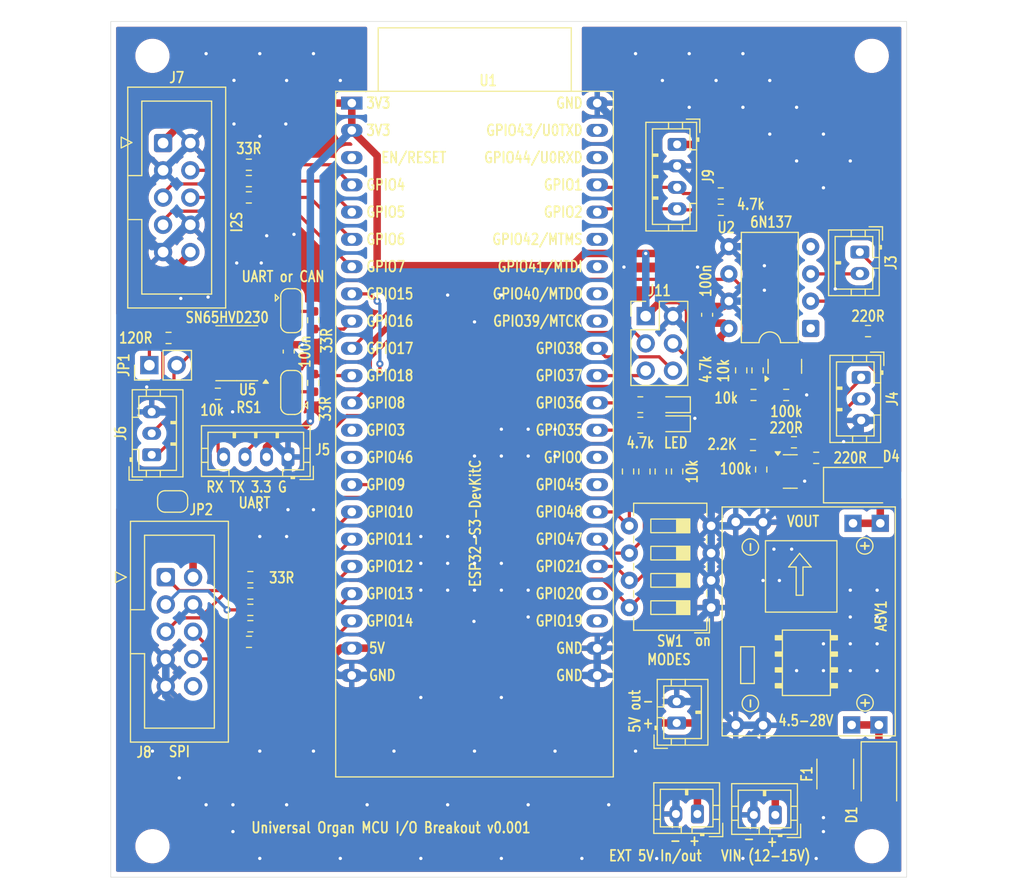
<source format=kicad_pcb>
(kicad_pcb (version 20241229) (generator "pcbnew") (generator_version "9.0")
  (layers (0 "F.Cu" signal) (2 "B.Cu" signal) (13 "F.Paste" user) (15 "B.Paste" user) (5 "F.SilkS" user "F.Silkscreen") (7 "B.SilkS" user "B.Silkscreen") (1 "F.Mask" user) (3 "B.Mask" user) (25 "Edge.Cuts" user))
  (net 0 "")
  (net 1 "/Power/BUCK_5V")
  (net 2 "/Power/VIN_PROT")
  (net 3 "GND")
  (net 4 "SYS_5V")
  (net 5 "+3.3V")
  (net 6 "/Power/VIN_FUSED")
  (net 7 "Net-(D2-A)")
  (net 8 "Net-(D3-A)")
  (net 9 "/Power/VIN_12V")
  (net 10 "/MIDI/MIDI_IN_P5")
  (net 11 "/MIDI/MIDI_IN_P4")
  (net 12 "/MIDI/MIDI_THRU_P4")
  (net 13 "/MIDI/MIDI_THRU_P5")
  (net 14 "/BoardToBoardComms/UART_TX_HDR")
  (net 15 "/BoardToBoardComms/UART_RX_HDR")
  (net 16 "/BoardToBoardComms/CANL")
  (net 17 "/BoardToBoardComms/CANH")
  (net 18 "Net-(J7-Pin_6)")
  (net 19 "Net-(J7-Pin_5)")
  (net 20 "Net-(J7-Pin_4)")
  (net 21 "/I2S_MCLK")
  (net 23 "Net-(J8-Pin_5)")
  (net 24 "Net-(J8-Pin_1)")
  (net 25 "Net-(J8-Pin_3)")
  (net 26 "Net-(J8-Pin_8)")
  (net 27 "Net-(J8-Pin_2)")
  (net 28 "Net-(J8-Pin_6)")
  (net 29 "/I2C_SCL")
  (net 30 "/I2C_SDA")
  (net 31 "/GPIO38")
  (net 32 "/GPIO37")
  (net 33 "/GPIO8")
  (net 34 "/GPIO9")
  (net 35 "Net-(JP1-A)")
  (net 36 "/MIDI/MIDI_THRU_DRV")
  (net 37 "/MIDI_GPIO")
  (net 38 "/MIDI/MIDI_THRU_SINK")
  (net 39 "/MIDI/Q1_B")
  (net 40 "Net-(Q2-B)")
  (net 41 "Net-(U2-A)")
  (net 42 "/LED1")
  (net 43 "/LED2")
  (net 44 "/DIP1")
  (net 45 "/DIP2")
  (net 46 "/DIP3")
  (net 47 "/DIP4")
  (net 48 "Net-(U5-Rs)")
  (net 49 "/I2S_BLCK")
  (net 50 "/SPI_CLR")
  (net 51 "/I2S_DIN")
  (net 52 "/SPI_LATCH")
  (net 53 "/I2S_LRCLK")
  (net 54 "/SPI_MOSI")
  (net 55 "/SPI_OE_N")
  (net 56 "/SPI_SCK")
  (net 57 "Net-(SJ_COMM_RX1-C)")
  (net 58 "/COMM_RX")
  (net 59 "/COMM_TX")
  (net 60 "Net-(SJ_COMM_TX1-C)")
  (net 61 "/BoardToBoardComms/CAN_RXD")
  (net 62 "/BoardToBoardComms/CAN_TXD")
  (footprint "Resistor_SMD:R_0603_1608Metric" (layer "F.Cu") (at 126.704 91.257751 90)
    (property "Reference" "R4" (hide yes))
    (property "Value" "100k")
  )
  (footprint "LED_SMD:LED_0603_1608Metric" (layer "F.Cu") (at 118.618 86.995 180)
    (property "Reference" "D2" (hide yes))
    (property "Value" "LED")
  )
  (footprint "Resistor_SMD:R_0603_1608Metric" (layer "F.Cu") (at 125.942 88.971751)
    (property "Reference" "R3" (hide yes))
    (property "Value" "2.2K")
  )
  (footprint "Package_DIP:DIP-8_W7.62mm" (layer "F.Cu") (at 131.312999 78.105 180)
    (property "Reference" "U2")
    (property "Value" "6N137")
  )
  (footprint "Resistor_SMD:R_0603_1608Metric" (layer "F.Cu") (at 115.824 91.44 -90)
    (property "Reference" "RP_DIP3" (hide yes))
    (property "Value" "10k")
  )
  (footprint "Jumper:SolderJumper-2_P1.3mm_Open_RoundedPad1.0x1.5mm" (layer "F.Cu") (at 71.882 94.234 180)
    (property "Reference" "JP2")
    (property "Value" "SolderJumper_2_Open")
  )
  (footprint "Resistor_SMD:R_0603_1608Metric" (layer "F.Cu") (at 129.032002 84.304752 180)
    (property "Reference" "R9" (hide yes))
    (property "Value" "100k")
  )
  (footprint "MountingHole:MountingHole_2.7mm_M2.5_ISO14580" (layer "F.Cu") (at 70 52.705)
    (property "Reference" "REF**")
    (property "Value" "MountingHole_2.7mm_M2.5_ISO14580")
  )
  (footprint "Resistor_SMD:R_0603_1608Metric" (layer "F.Cu") (at 79.121 105.862)
    (property "Reference" "RS_MOSI1" (hide yes))
    (property "Value" "33R")
  )
  (footprint "Resistor_SMD:R_0603_1608Metric" (layer "F.Cu") (at 79.121 101.29)
    (property "Reference" "RS_CLR1" (hide yes))
    (property "Value" "33R")
  )
  (footprint "Resistor_SMD:R_0805_2012Metric" (layer "F.Cu") (at 115.443 85.217)
    (property "Reference" "RLED2" (hide yes))
    (property "Value" "4.7k")
  )
  (footprint "Connector_JST:JST_PH_B2B-PH-K_1x02_P2.00mm_Vertical" (layer "F.Cu") (at 120.761001 123.359 180)
    (property "Reference" "J2" (hide yes))
    (property "Value" "EXT 5V In/out")
  )
  (footprint "Package_TO_SOT_SMD:SOT-23" (layer "F.Cu") (at 128.904999 81.637753 90)
    (property "Reference" "Q2" (hide yes))
    (property "Value" "MMBT3904")
  )
  (footprint "Connector_JST:JST_PH_B4B-PH-K_1x04_P2.00mm_Vertical" (layer "F.Cu") (at 82.629001 90.084999 180)
    (property "Reference" "J5")
    (property "Value" "UART")
  )
  (footprint "Jumper:SolderJumper-3_P1.3mm_Open_RoundedPad1.0x1.5mm" (layer "F.Cu") (at 82.952 76.454002 -90)
    (property "Reference" "SJ_COMM_RX1" (hide yes))
    (property "Value" "UART or CAN")
  )
  (footprint "Resistor_SMD:R_0603_1608Metric" (layer "F.Cu") (at 122.936 65.532 180)
    (property "Reference" "RP_SDA1" (hide yes))
    (property "Value" "4.7k")
  )
  (footprint "CustomLibrary:MP1584EN_Module" (layer "F.Cu") (at 130.555999 104.902001 90)
    (property "Reference" "A5V1")
    (property "Value" "4.7")
  )
  (footprint "Connector_JST:JST_PH_B2B-PH-K_1x02_P2.00mm_Vertical" (layer "F.Cu") (at 128.016 123.444 180)
    (property "Reference" "J1" (hide yes))
    (property "Value" "VIN (12-15V)")
  )
  (footprint "Capacitor_SMD:C_0603_1608Metric" (layer "F.Cu") (at 82.697998 80.263995 -90)
    (property "Reference" "CD_U5" (hide yes))
    (property "Value" "100n")
  )
  (footprint "Diode_SMD:D_SMA" (layer "F.Cu") (at 137.668 120.142001 -90)
    (property "Reference" "D1")
    (property "Value" "SS34")
  )
  (footprint "Connector_JST:JST_PH_B2B-PH-K_1x02_P2.00mm_Vertical" (layer "F.Cu") (at 118.83 114.8809 90)
    (property "Reference" "J10" (hide yes))
    (property "Value" "5V out")
  )
  (footprint "Connector_PinHeader_2.54mm:PinHeader_1x02_P2.54mm_Vertical" (layer "F.Cu") (at 69.718 81.534 90)
    (property "Reference" "JP1")
    (property "Value" "CAN Terminator")
  )
  (footprint "LED_SMD:LED_0603_1608Metric" (layer "F.Cu") (at 118.618 85.217 180)
    (property "Reference" "D3" (hide yes))
    (property "Value" "LED")
  )
  (footprint "Resistor_SMD:R_0603_1608Metric" (layer "F.Cu") (at 126.365 82.018751 90)
    (property "Reference" "R8" (hide yes))
    (property "Value" "10k")
  )
  (footprint "Connector_JST:JST_PH_B3B-PH-K_1x03_P2.00mm_Vertical" (layer "F.Cu") (at 136.017 82.677 -90)
    (property "Reference" "J4")
    (property "Value" "MIDI_THRU")
  )
  (footprint "Jumper:SolderJumper-3_P1.3mm_Open_RoundedPad1.0x1.5mm" (layer "F.Cu") (at 82.951996 84.073997 90)
    (property "Reference" "SJ_COMM_TX1" (hide yes))
    (property "Value" "UART or CAN")
  )
  (footprint "Resistor_SMD:R_0603_1608Metric" (layer "F.Cu") (at 71.501 78.994)
    (property "Reference" "R_TERM1" (hide yes))
    (property "Value" "120R")
  )
  (footprint "MountingHole:MountingHole_2.7mm_M2.5_ISO14580" (layer "F.Cu") (at 137 52.705)
    (property "Reference" "REF**")
    (property "Value" "MountingHole_2.7mm_M2.5_ISO14580")
  )
  (footprint "MountingHole:MountingHole_2.7mm_M2.5_ISO14580" (layer "F.Cu") (at 137 126.365)
    (property "Reference" "REF**")
    (property "Value" "MountingHole_2.7mm_M2.5_ISO14580" (hide yes))
  )
  (footprint "Resistor_SMD:R_0603_1608Metric" (layer "F.Cu") (at 78.994 107.315)
    (property "Reference" "RS_LATCH1" (hide yes))
    (property "Value" "33R")
  )
  (footprint "Connector_JST:JST_PH_B2B-PH-K_1x02_P2.00mm_Vertical" (layer "F.Cu") (at 135.89 70.993 -90)
    (property "Reference" "J3")
    (property "Value" "MIDI IN")
  )
  (footprint "Resistor_SMD:R_0603_1608Metric" (layer "F.Cu") (at 76.093999 84.201)
    (property "Reference" "RS1")
    (property "Value" "10k")
  )
  (footprint "Resistor_SMD:R_0603_1608Metric" (layer "F.Cu") (at 78.9805 62.8515)
    (property "Reference" "RS_BCLK1" (hide yes))
    (property "Value" "33R")
  )
  (footprint "Connector_IDC:IDC-Header_2x05_P2.54mm_Vertical" (layer "F.Cu") (at 70.993 60.833)
    (property "Reference" "J7")
    (property "Value" "I2S")
  )
  (footprint "PCM_Espressif:ESP32-S3-DevKitC" (layer "F.Cu") (at 88.57 57.10792)
    (property "Reference" "U1")
    (property "Value" "ESP32-S3-DevKitC")
  )
  (footprint "Package_TO_SOT_SMD:SOT-23" (layer "F.Cu") (at 129.413 91.44)
    (property "Reference" "Q1" (hide yes))
    (property "Value" "MMBT3904")
  )
  (footprint "Resistor_SMD:R_0603_1608Metric" (layer "F.Cu") (at 125.984001 84.304754)
    (property "Reference" "R1" (hide yes))
    (property "Value" "10k")
  )
  (footprint "Resistor_SMD:R_0603_1608Metric" (layer "F.Cu") (at 78.9805 65.8995)
    (property "Reference" "RS_DIN1" (hide yes))
    (property "Value" "33R")
  )
  (footprint "Connector_PinHeader_2.54mm:PinHeader_2x03_P2.54mm_Vertical" (layer "F.Cu") (at 115.946 76.962)
    (property "Reference" "J11")
    (property "Value" "GPIO")
  )
  (footprint "Resistor_SMD:R_0603_1608Metric" (layer "F.Cu") (at 79.121 102.814)
    (property "Reference" "RS_OE_N1" (hide yes))
    (property "Value" "33R")
  )
  (footprint "Resistor_SMD:R_0603_1608Metric" (layer "F.Cu") (at 117.348 91.44 -90)
    (property "Reference" "RP_DIP2" (hide yes))
    (property "Value" "10k")
  )
  (footprint "Connector_JST:JST_PH_B3B-PH-K_1x03_P2.00mm_Vertical" (layer "F.Cu") (at 69.935 89.884 90)
    (property "Reference" "J6")
    (property "Value" "CAN")
  )
  (footprint "Resistor_SMD:R_0603_1608Metric" (layer "F.Cu") (at 136.652 78.359 180)
    (property "Reference" "R5" (hide yes))
    (property "Value" "220R")
  )
  (footprint "Package_SO:SOIC-8_3.9x4.9mm_P1.27mm" (layer "F.Cu") (at 77.858 80.419999 180)
    (property "Reference" "U5")
    (property "Value" "SN65HVD230")
  )
  (footprint "Resistor_SMD:R_0603_1608Metric" (layer "F.Cu") (at 79.121 104.338)
    (property "Reference" "RS_SCK1" (hide yes))
    (property "Value" "33R")
  )
  (footprint "Resistor_SMD:R_0603_1608Metric" (layer "F.Cu") (at 118.872 91.44 -90)
    (property "Reference" "RP_DIP1" (hide yes))
    (property "Value" "10k")
  )
  (footprint "Resistor_SMD:R_0603_1608Metric" (layer "F.Cu") (at 122.936 67.056 180)
    (property "Reference" "RP_SCL1" (hide yes))
    (property "Value" "4.7k" (hide yes))
  )
  (footprint "Resistor_SMD:R_0603_1608Metric" (layer "F.Cu") (at 84.984 77.343 90)
    (property "Reference" "RS_UART_RX1" (hide yes))
    (property "Value" "33R")
  )
  (footprint "Capacitor_SMD:C_0603_1608Metric" (layer "F.Cu") (at 121.666 76.835 90)
    (property "Reference" "CD_U2" (hide yes))
    (property "Value" "100n")
  )
  (footprint "Fuse:Fuse_1812_4532Metric" (layer "F.Cu") (at 133.604 119.634 90)
    (property "Reference" "F1")
    (property "Value" "MF-MSMF050")
  )
  (footprint "Connector_IDC:IDC-Header_2x05_P2.54mm_Vertical" (layer "F.Cu") (at 71.247 101.29)
    (property "Reference" "J8")
    (property "Value" "SPI")
  )
  (footprint "Resistor_SMD:R_0805_2012Metric" (layer "F.Cu") (at 115.443 87.122)
    (property "Reference" "RLED1" (hide yes))
    (property "Value" "4.7k")
  )
  (footprint "Resistor_SMD:R_0603_1608Metric" (layer "F.Cu") (at 84.983998 83.184998 -90)
    (property "Reference" "RS_UART_TX1" (hide yes))
    (property "Value" "33R")
  )
  (footprint "Resistor_SMD:R_0603_1608Metric" (layer "F.Cu") (at 78.9805 64.3755)
    (property "Reference" "RS_LRCLK1" (hide yes))
    (property "Value" "33R")
  )
  (footprint "Resistor_SMD:R_0603_1608Metric" (layer "F.Cu") (at 131.826 90.17 180)
    (property "Reference" "R2" (hide yes))
    (property "Value" "220R")
  )
  (footprint "Resistor_SMD:R_0603_1608Metric" (layer "F.Cu") (at 124.841 82.018751 -90)
    (property "Reference" "R6" (hide yes))
    (property "Value" "4.7k")
  )
  (footprint "Resistor_SMD:R_0603_1608Metric" (layer "F.Cu") (at 114.3 91.44 -90)
    (property "Reference" "RP_DIP4" (hide yes))
    (property "Value" "10k")
  )
  (footprint "Resistor_SMD:R_0603_1608Metric" (layer "F.Cu") (at 129.752 88.717751)
    (property "Reference" "R7" (hide yes))
    (property "Value" "220R")
  )
  (footprint "MountingHole:MountingHole_2.7mm_M2.5_ISO14580" (layer "F.Cu") (at 70 126.365)
    (property "Reference" "REF**")
    (property "Value" "MountingHole_2.7mm_M2.5_ISO14580" (hide yes))
  )
  (footprint "Connector_JST:JST_PH_B4B-PH-K_1x04_P2.00mm_Vertical" (layer "F.Cu") (at 118.872 60.96 -90)
    (property "Reference" "J9")
    (property "Value" "I2C")
  )
  (footprint "Button_Switch_THT:SW_DIP_SPSTx04_Slide_6.7x11.72mm_W7.62mm_P2.54mm_LowProfile" (layer "F.Cu") (at 122.042 104.1275 180)
    (property "Reference" "SW1")
    (property "Value" "MODES")
  )
  (footprint "Diode_SMD:D_SMA" (layer "F.Cu") (at 136.017 92.71)
    (property "Reference" "D4")
    (property "Value" "SS14")
  )
  (gr_rect (start 66.119 49.5) (end 140.25 129.25) (stroke (width 0.05)) (fill no) (layer "Edge.Cuts"))
  (gr_text "Universal Organ MCU I/O Breakout v0.001" (at 79.121 125.222 0) (layer "F.SilkS") (effects (font (size 1 0.8) (thickness 0.16)) (justify left bottom)))
  (gr_text "+" (at 115.57 115.443 0) (layer "F.SilkS") (effects (font (size 1 0.8) (thickness 0.16)) (justify left bottom)))
  (gr_text "+" (at 119.888 126.4031 0) (layer "F.SilkS") (effects (font (size 1 0.8) (thickness 0.16)) (justify left bottom)))
  (gr_text "-" (at 115.57 113.411 0) (layer "F.SilkS") (effects (font (size 1 0.8) (thickness 0.16)) (justify left bottom)))
  (gr_text "-" (at 124.968 126.238 0) (layer "F.SilkS") (effects (font (size 1 0.8) (thickness 0.16)) (justify left bottom)))
  (gr_text "+" (at 127.127 126.492 0) (layer "F.SilkS") (effects (font (size 1 0.8) (thickness 0.16)) (justify left bottom)))
  (gr_text "RX TX 3.3 G" (at 74.93 93.472 0) (layer "F.SilkS") (effects (font (size 1 0.8) (thickness 0.16) (bold yes)) (justify left bottom)))
  (gr_text "-" (at 118.110001 126.4031 0) (layer "F.SilkS") (effects (font (size 1 0.8) (thickness 0.16)) (justify left bottom)))
  (segment (start 135.255 96.266) (end 137.795 96.266) (width 0.7) (layer "F.Cu") (net 1))
  (segment (start 137.795 96.266) (end 137.795 92.804999) (width 0.7) (layer "F.Cu") (net 1))
  (segment (start 137.668001 118.142001) (end 137.667999 115.062) (width 0.7) (layer "F.Cu") (net 2))
  (segment (start 137.667999 115.062) (end 135.128 115.061999) (width 0.7) (layer "F.Cu") (net 2))
  (segment (start 76.918999 85.332999) (end 77.47 85.884) (width 0.3) (layer "F.Cu") (net 3))
  (segment (start 119.913503 86.487) (end 119.405502 86.995001) (width 0.7) (layer "F.Cu") (net 3))
  (segment (start 128.4755 92.292751) (end 128.5605 92.207751) (width 0.3) (layer "F.Cu") (net 3))
  (segment (start 128.168251 92.082751) (end 128.4755 92.39) (width 0.3) (layer "F.Cu") (net 3))
  (segment (start 130.749467 92.34) (end 128.5255 92.34) (width 0.7) (layer "F.Cu") (net 3))
  (segment (start 80.332997 81.054998) (end 82.681996 81.054997) (width 0.3) (layer "F.Cu") (net 3))
  (segment (start 130.937 84.304751) (end 129.857002 84.304752) (width 0.7) (layer "F.Cu") (net 3))
  (segment (start 76.918999 84.201) (end 76.918999 85.332999) (width 0.3) (layer "F.Cu") (net 3))
  (segment (start 121.666 76.059999) (end 123.198001 76.059999) (width 0.7) (layer "F.Cu") (net 3))
  (segment (start 126.704 92.082751) (end 128.168251 92.082751) (width 0.3) (layer "F.Cu") (net 3))
  (segment (start 128.5255 92.34) (end 128.4755 92.39) (width 0.7) (layer "F.Cu") (net 3))
  (segment (start 120.523 86.487) (end 119.913503 86.487) (width 0.7) (layer "F.Cu") (net 3))
  (segment (start 129.857002 84.304751) (end 129.857003 82.577251) (width 0.3) (layer "F.Cu") (net 3))
  (segment (start 76.918995 83.819997) (end 79.684 81.055002) (width 0.3) (layer "F.Cu") (net 3))
  (segment (start 123.198001 76.059999) (end 123.692999 75.565001) (width 0.7) (layer "F.Cu") (net 3))
  (segment (start 119.405502 85.217001) (end 119.405502 86.995001) (width 0.3) (layer "F.Cu") (net 3))
  (via (at 105 87.5) (size 0.67) (drill 0.31) (layers "F.Cu" "B.Cu") (net 3))
  (via (at 137.5 102.5) (size 0.67) (drill 0.31) (layers "F.Cu" "B.Cu") (net 3))
  (via (at 132.5 123.698) (size 0.67) (drill 0.31) (layers "F.Cu" "B.Cu") (net 3))
  (via (at 90 122.5) (size 0.67) (drill 0.31) (layers "F.Cu" "B.Cu") (net 3))
  (via (at 115 117.5) (size 0.67) (drill 0.31) (layers "F.Cu" "B.Cu") (net 3))
  (via (at 82.5 55) (size 0.67) (drill 0.31) (layers "F.Cu" "B.Cu") (net 3))
  (via (at 82.629001 95) (size 0.67) (drill 0.31) (layers "F.Cu" "B.Cu") (net 3))
  (via (at 127.5 55) (size 0.67) (drill 0.31) (layers "F.Cu" "B.Cu") (net 3))
  (via (at 135 62.5) (size 0.67) (drill 0.31) (layers "F.Cu" "B.Cu") (net 3))
  (via (at 132.5 125) (size 0.67) (drill 0.31) (layers "F.Cu" "B.Cu") (net 3))
  (via (at 92.5 117.5) (size 0.67) (drill 0.31) (layers "F.Cu" "B.Cu") (net 3))
  (via (at 72.5 120) (size 0.67) (drill 0.31) (layers "F.Cu" "B.Cu") (net 3))
  (via (at 125 127.5) (size 0.67) (drill 0.31) (layers "F.Cu" "B.Cu") (net 3))
  (via (at 77.5 122.5) (size 0.67) (drill 0.31) (layers "F.Cu" "B.Cu") (net 3))
  (via (at 100 100) (size 0.67) (drill 0.31) (layers "F.Cu" "B.Cu") (net 3))
  (via (at 77.597 54.991) (size 0.67) (drill 0.31) (layers "F.Cu" "B.Cu") (net 3))
  (via (at 137.5 105) (size 0.67) (drill 0.31) (layers "F.Cu" "B.Cu") (net 3))
  (via (at 77.5 125) (size 0.67) (drill 0.31) (layers "F.Cu" "B.Cu") (net 3))
  (via (at 107.5 117.5) (size 0.67) (drill 0.31) (layers "F.Cu" "B.Cu") (net 3))
  (via (at 127 74.549) (size 0.67) (drill 0.31) (layers "F.Cu" "B.Cu") (net 3))
  (via (at 107.5 87.5) (size 0.67) (drill 0.31) (layers "F.Cu" "B.Cu") (net 3))
  (via (at 87.5 55) (size 0.67) (drill 0.31) (layers "F.Cu" "B.Cu") (net 3))
  (via (at 105 102.5) (size 0.67) (drill 0.31) (layers "F.Cu" "B.Cu") (net 3))
  (via (at 80.137 72.009) (size 0.67) (drill 0.31) (layers "F.Cu" "B.Cu") (net 3))
  (via (at 80 95) (size 0.67) (drill 0.31) (layers "F.Cu" "B.Cu") (net 3))
  (via (at 132.5 60) (size 0.67) (drill 0.31) (layers "F.Cu" "B.Cu") (net 3))
  (via (at 70 117.5) (size 0.67) (drill 0.31) (layers "F.Cu" "B.Cu") (net 3))
  (via (at 129.54 98.679) (size 0.67) (drill 0.31) (layers "F.Cu" "B.Cu") (net 3))
  (via (at 95 97.5) (size 0.67) (drill 0.31) (layers "F.Cu" "B.Cu") (net 3))
  (via (at 102.5 90) (size 0.67) (drill 0.31) (layers "F.Cu" "B.Cu") (net 3))
  (via (at 77.597 59.055) (size 0.67) (drill 0.31) (layers "F.Cu" "B.Cu") (net 3))
  (via (at 116.967 127.508) (size 0.67) (drill 0.31) (layers "F.Cu" "B.Cu") (net 3))
  (via (at 85 95) (size 0.67) (drill 0.31) (layers "F.Cu" "B.Cu") (net 3))
  (via (at 75 122.5) (size 0.67) (drill 0.31) (layers "F.Cu" "B.Cu") (net 3))
  (via (at 82.5 122.5) (size 0.67) (drill 0.31) (layers "F.Cu" "B.Cu") (net 3))
  (via (at 130 62.5) (size 0.67) (drill 0.31) (layers "F.Cu" "B.Cu") (net 3))
  (via (at 135 105) (size 0.67) (drill 0.31) (layers "F.Cu" "B.Cu") (net 3))
  (via (at 134.3787 88.6587) (size 0.67) (drill 0.31) (layers "F.Cu" "B.Cu") (net 3))
  (via (at 72.644 75.311) (size 0.67) (drill 0.31) (layers "F.Cu" "B.Cu") (net 3))
  (via (at 85 52.5) (size 0.67) (drill 0.31) (layers "F.Cu" "B.Cu") (net 3))
  (via (at 125 57.5) (size 0.67) (drill 0.31) (layers "F.Cu" "B.Cu") (net 3))
  (via (at 95 127.5) (size 0.67) (drill 0.31) (layers "F.Cu" "B.Cu") (net 3))
  (via (at 69.469 83.566) (size 0.67) (drill 0.31) (layers "F.Cu" "B.Cu") (net 3))
  (via (at 135 107.5) (size 0.67) (drill 0.31) (layers "F.Cu" "B.Cu") (net 3))
  (via (at 115 52.5) (size 0.67) (drill 0.31) (layers "F.Cu" "B.Cu") (net 3))
  (via (at 102.5 75) (size 0.67) (drill 0.31) (layers "F.Cu" "B.Cu") (net 3))
  (via (at 95 100) (size 0.67) (drill 0.31) (layers "F.Cu" "B.Cu") (net 3))
  (via (at 137.5 110) (size 0.67) (drill 0.31) (layers "F.Cu" "B.Cu") (net 3))
  (via (at 82.423 59.055) (size 0.67) (drill 0.31) (layers "F.Cu" "B.Cu") (net 3))
  (via (at 120 57.5) (size 0.67) (drill 0.31) (layers "F.Cu" "B.Cu") (net 3))
  (via (at 110 127.5) (size 0.67) (drill 0.31) (layers "F.Cu" "B.Cu") (net 3))
  (via (at 75.184 75.184) (size 0.67) (drill 0.31) (layers "F.Cu" "B.Cu") (net 3))
  (via (at 122.5 55) (size 0.67) (drill 0.31) (layers "F.Cu" "B.Cu") (net 3))
  (via (at 100 117.5) (size 0.67) (drill 0.31) (layers "F.Cu" "B.Cu") (net 3))
  (via (at 113.919 72.39) (size 0.67) (drill 0.31) (layers "F.Cu" "B.Cu") (net 3))
  (via (at 95 112.5) (size 0.67) (drill 0.31) (layers "F.Cu" "B.Cu") (net 3))
  (via (at 102.5 112.5) (size 0.67) (drill 0.31) (layers "F.Cu" "B.Cu") (net 3))
  (via (at 126.873001 101.6) (size 0.67) (drill 0.31) (layers "F.Cu" "B.Cu") (net 3))
  (via (at 125 52.5) (size 0.67) (drill 0.31) (layers "F.Cu" "B.Cu") (net 3))
  (via (at 77.851 72.009) (size 0.67) (drill 0.31) (layers "F.Cu" "B.Cu") (net 3))
  (via (at 97.5 102.5) (size 0.67) (drill 0.31) (layers "F.Cu" "B.Cu") (net 3))
  (via (at 102.5 127.5) (size 0.67) (drill 0.31) (layers "F.Cu" "B.Cu") (net 3))
  (via (at 97.5 97.5) (size 0.67) (drill 0.31) (layers "F.Cu" "B.Cu") (net 3))
  (via (at 85 117.5) (size 0.67) (drill 0.31) (layers "F.Cu" "B.Cu") (net 3))
  (via (at 97.5 100) (size 0.67) (drill 0.31) (layers "F.Cu" "B.Cu") (net 3))
  (via (at 105 122.5) (size 0.67) (drill 0.31) (layers "F.Cu" "B.Cu") (net 3))
  (via (at 102.5 100) (size 0.67) (drill 0.31) (layers "F.Cu" "B.Cu") (net 3))
  (via (at 112.5 122.5) (size 0.67) (drill 0.31) (layers "F.Cu" "B.Cu") (net 3))
  (via (at 120 52.5) (size 0.67) (drill 0.31) (layers "F.Cu" "B.Cu") (net 3))
  (via (at 80 127.5) (size 0.67) (drill 0.31) (layers "F.Cu" "B.Cu") (net 3))
  (via (at 80.01 60.198) (size 0.67) (drill 0.31) (layers "F.Cu" "B.Cu") (net 3))
  (via (at 132.5 110) (size 0.67) (drill 0.31) (layers "F.Cu" "B.Cu") (net 3))
  (via (at 135 102.5) (size 0.67) (drill 0.31) (layers "F.Cu" "B.Cu") (net 3))
  (via (at 87.5 127.5) (size 0.67) (drill 0.31) (layers "F.Cu" "B.Cu") (net 3))
  (via (at 133.604 74.422) (size 0.67) (drill 0.31) (layers "F.Cu" "B.Cu") (net 3))
  (via (at 97.5 75) (size 0.67) (drill 0.31) (layers "F.Cu" "B.Cu") (net 3))
  (via (at 83.185 69.342) (size 0.67) (drill 0.31) (layers "F.Cu" "B.Cu") (net 3))
  (via (at 77.47 85.884) (size 0.67) (drill 0.31) (layers "F.Cu" "B.Cu") (net 3))
  (via (at 80 52.5) (size 0.67) (drill 0.31) (layers "F.Cu" "B.Cu") (net 3))
  (via (at 100 77.5) (size 0.67) (drill 0.31) (layers "F.Cu" "B.Cu") (net 3))
  (via (at 130 57.5) (size 0.67) (drill 0.31) (layers "F.Cu" "B.Cu") (net 3))
  (via (at 80 97.5) (size 0.67) (drill 0.31) (layers "F.Cu" "B.Cu") (net 3))
  (via (at 100 97.5) (size 0.67) (drill 0.31) (layers "F.Cu" "B.Cu") (net 3))
  (via (at 131.826 127.508) (size 0.67) (drill 0.31) (layers "F.Cu" "B.Cu") (net 3))
  (via (at 99.949 105.41) (size 0.67) (drill 0.31) (layers "F.Cu" "B.Cu") (net 3))
  (via (at 80 117.5) (size 0.67) (drill 0.31) (layers "F.Cu" "B.Cu") (net 3))
  (via (at 80.645 69.469) (size 0.67) (drill 0.31) (layers "F.Cu" "B.Cu") (net 3))
  (via (at 120.777 72.39) (size 0.67) (drill 0.31) (layers "F.Cu" "B.Cu") (net 3))
  (via (at 105 105) (size 0.67) (drill 0.31) (layers "F.Cu" "B.Cu") (net 3))
  (via (at 130.749467 92.34) (size 0.67) (drill 0.31) (layers "F.Cu" "B.Cu") (net 3))
  (via (at 135 110) (size 0.67) (drill 0.31) (layers "F.Cu" "B.Cu") (net 3))
  (via (at 100 90) (size 0.67) (drill 0.31) (layers "F.Cu" "B.Cu") (net 3))
  (via (at 107.5 90) (size 0.67) (drill 0.31) (layers "F.Cu" "B.Cu") (net 3))
  (via (at 102.5 102.5) (size 0.67) (drill 0.31) (layers "F.Cu" "B.Cu") (net 3))
  (via (at 117.5 55) (size 0.67) (drill 0.31) (layers "F.Cu" "B.Cu") (net 3))
  (via (at 82.5 97.5) (size 0.67) (drill 0.31) (layers "F.Cu" "B.Cu") (net 3))
  (via (at 132.5 65) (size 0.67) (drill 0.31) (layers "F.Cu" "B.Cu") (net 3))
  (via (at 97.5 122.5) (size 0.67) (drill 0.31) (layers "F.Cu" "B.Cu") (net 3))
  (via (at 132.5 107.5) (size 0.67) (drill 0.31) (layers "F.Cu" "B.Cu") (net 3))
  (via (at 128.397 101.6) (size 0.67) (drill 0.31) (layers "F.Cu" "B.Cu") (net 3))
  (via (at 130 110) (size 0.67) (drill 0.31) (layers "F.Cu" "B.Cu") (net 3))
  (via (at 130.937 84.304751) (size 0.67) (drill 0.31) (layers "F.Cu" "B.Cu") (net 3))
  (via (at 105 90) (size 0.67) (drill 0.31) (layers "F.Cu" "B.Cu") (net 3))
  (via (at 95 102.5) (size 0.67) (drill 0.31) (layers "F.Cu" "B.Cu") (net 3))
  (via (at 120.523 86.487) (size 0.67) (drill 0.31) (layers "F.Cu" "B.Cu") (net 3))
  (via (at 75 52.5) (size 0.67) (drill 0.31) (layers "F.Cu" "B.Cu") (net 3))
  (via (at 102.5 87.5) (size 0.67) (drill 0.31) (layers "F.Cu" "B.Cu") (net 3))
  (via (at 100 102.5) (size 0.67) (drill 0.31) (layers "F.Cu" "B.Cu") (net 3))
  (via (at 127.889 98.679) (size 0.67) (drill 0.31) (layers "F.Cu" "B.Cu") (net 3))
  (via (at 127 72.263) (size 0.67) (drill 0.31) (layers "F.Cu" "B.Cu") (net 3))
  (via (at 127.5 60) (size 0.67) (drill 0.31) (layers "F.Cu" "B.Cu") (net 3))
  (via (at 137.5 107.5) (size 0.67) (drill 0.31) (layers "F.Cu" "B.Cu") (net 3))
  (segment (start 137.351 86.677) (end 136.017 86.677) (width 0.7) (layer "B.Cu") (net 3))
  (segment (start 125.222 70.485) (end 123.692999 70.485) (width 0.7) (layer "B.Cu") (net 3))
  (segment (start 118.486 76.962) (end 120.523 78.999) (width 0.7) (layer "B.Cu") (net 3))
  (segment (start 137.668 82.042) (end 137.668 86.36) (width 0.7) (layer "B.Cu") (net 3))
  (segment (start 122.1519 112.8809) (end 118.83 112.8809) (width 0.7) (layer "B.Cu") (net 3))
  (segment (start 73.6575 60.7085) (end 68.9475 65.4185) (width 0.7) (layer "B.Cu") (net 3))
  (segment (start 121.92 73.528) (end 118.486 76.962) (width 0.7) (layer "B.Cu") (net 3))
  (segment (start 117.330079 63.007999) (end 111.43 57.10792) (width 0.7) (layer "B.Cu") (net 3))
  (segment (start 125.73 70.993) (end 125.222 70.485) (width 0.7) (layer "B.Cu") (net 3))
  (segment (start 126.873 96.164401) (end 130.3782 92.6592) (width 0.7) (layer "B.Cu") (net 3))
  (segment (start 126.873001 97.409) (end 126.873001 96.164402) (width 0.7) (layer "B.Cu") (net 3))
  (segment (start 130.3782 92.6592) (end 130.6974 92.34) (width 0.7) (layer "B.Cu") (net 3))
  (segment (start 118.761001 120.214899) (end 118.761001 123.359) (width 0.7) (layer "B.Cu") (net 3))
  (segment (start 75.692 112.72) (end 75.692 105.735) (width 0.7) (layer "B.Cu") (net 3))
  (segment (start 68.9475 65.4185) (end 68.9475 69.4555) (width 0.7) (layer "B.Cu") (net 3))
  (segment (start 74.549 113.863) (end 75.692 112.72) (width 0.7) (layer "B.Cu") (net 3))
  (segment (start 75.184 85.884) (end 77.47 85.884) (width 0.7) (layer "B.Cu") (net 3))
  (segment (start 68.9475 69.4555) (end 69.9715 70.4795) (width 0.7) (layer "B.Cu") (net 3))
  (segment (start 82.629001 95) (end 82.629001 105.782999) (width 0.7) (layer "B.Cu") (net 3))
  (segment (start 69.935 85.884) (end 75.184 85.884) (width 0.7) (layer "B.Cu") (net 3))
  (segment (start 126.873 115.0874) (end 124.3584 115.0874) (width 0.7) (layer "B.Cu") (net 3))
  (segment (start 71.1175 70.4795) (end 71.1175 71.2445) (width 0.7) (layer "B.Cu") (net 3))
  (segment (start 75.692 105.735) (end 73.787 103.83) (width 0.7) (layer "B.Cu") (net 3))
  (segment (start 124.333 115.062) (end 122.1519 112.8809) (width 0.7) (layer "B.Cu") (net 3))
  (segment (start 126.016 120.962) (end 126.016 123.444) (width 0.7) (layer "B.Cu") (net 3))
  (segment (start 130.6974 92.34) (end 130.749467 92.34) (width 0.7) (layer "B.Cu") (net 3))
  (segment (start 120.5055 105.664) (end 122.042 104.1275) (width 0.7) (layer "B.Cu") (net 3))
  (segment (start 122.042 96.5075) (end 123.964501 96.5075) (width 0.7) (layer "B.Cu") (net 3))
  (segment (start 77.47 85.884) (end 78.428002 85.884) (width 0.7) (layer "B.Cu") (net 3))
  (segment (start 71.1175 71.2445) (end 75.184 75.311) (width 0.7) (layer "B.Cu") (net 3))
  (segment (start 126 120.946) (end 125.999999 115.960398) (width 0.7) (layer "B.Cu") (net 3))
  (segment (start 125.73 75.057) (end 125.73 70.993) (width 0.7) (layer "B.Cu") (net 3))
  (segment (start 118.913999 63.007999) (end 117.330079 63.007999) (width 0.7) (layer "B.Cu") (net 3))
  (segment (start 122.042001 101.587497) (end 122.042 99.0475) (width 0.7) (layer "B.Cu") (net 3))
  (segment (start 136.906 81.28) (end 137.668 82.042) (width 0.7) (layer "B.Cu") (net 3))
  (segment (start 75.184 75.311) (end 75.184 85.884) (width 0.7) (layer "B.Cu") (net 3))
  (segment (start 88.56632 110.4452) (end 87.291202 110.4452) (width 0.7) (layer "B.Cu") (net 3))
  (segment (start 88.98492 110.44792) (end 111.43 110.44792) (width 0.7) (layer "B.Cu") (net 3))
  (segment (start 78.428002 85.884) (end 82.629001 90.084999) (width 0.7) (layer "B.Cu") (net 3))
  (segment (start 71.247 111.45) (end 71.247 112.339) (width 0.7) (layer "B.Cu") (net 3))
  (segment (start 113.67392 105.664) (end 120.5055 105.664) (width 0.7) (layer "B.Cu") (net 3))
  (segment (start 123.692999 75.565001) (end 125.221999 75.565001) (width 0.7) (layer "B.Cu") (net 3))
  (segment (start 71.247 112.339) (end 72.771 113.863) (width 0.7) (layer "B.Cu") (net 3))
  (segment (start 125.73 75.057) (end 125.73 76.454) (width 0.7) (layer "B.Cu") (net 3))
  (segment (start 126 120.946) (end 126.016 120.962) (width 0.7) (layer "B.Cu") (net 3))
  (segment (start 123.964501 96.5075) (end 124.332999 96.139002) (width 0.7) (layer "B.Cu") (net 3))
  (segment (start 71.1175 70.4795) (end 73.6575 67.9395) (width 0.7) (layer "B.Cu") (net 3))
  (segment (start 136.017 87.020401) (end 136.017 86.677) (width 0.7) (layer "B.Cu") (net 3))
  (segment (start 71.247 111.45) (end 71.247 108.91) (width 0.7) (layer "B.Cu") (net 3))
  (segment (start 126.873001 101.6) (end 126.873001 97.409) (width 0.7) (layer "B.Cu") (net 3))
  (segment (start 122.042 96.5075) (end 122.042 88.006) (width 0.7) (layer "B.Cu") (net 3))
  (segment (start 73.6575 60.3195) (end 73.6575 60.7085) (width 0.7) (layer "B.Cu") (net 3))
  (segment (start 125.73 76.454) (end 129.032 79.756) (width 0.7) (layer "B.Cu") (net 3))
  (segment (start 120.523 78.999) (end 120.523 86.487) (width 0.7) (layer "B.Cu") (net 3))
  (segment (start 133.961751 81.28) (end 136.906 81.28) (width 0.7) (layer "B.Cu") (net 3))
  (segment (start 82.629001 90.084999) (end 82.629001 95) (width 0.7) (layer "B.Cu") (net 3))
  (segment (start 72.771 113.863) (end 74.549 113.863) (width 0.7) (layer "B.Cu") (net 3))
  (segment (start 130.937 84.304751) (end 133.961751 81.28) (width 0.7) (layer "B.Cu") (net 3))
  (segment (start 69.9715 70.4795) (end 71.1175 70.4795) (width 0.7) (layer "B.Cu") (net 3))
  (segment (start 118.913999 63.007999) (end 121.92 66.014) (width 0.7) (layer "B.Cu") (net 3))
  (segment (start 125.999999 115.960398) (end 126.873 115.0874) (width 0.7) (layer "B.Cu") (net 3))
  (segment (start 134.3787 88.6587) (end 136.017 87.020401) (width 0.7) (layer "B.Cu") (net 3))
  (segment (start 125.221999 75.565001) (end 125.73 75.057) (width 0.7) (layer "B.Cu") (net 3))
  (segment (start 126.873 115.0874) (end 126.873001 101.6) (width 0.7) (layer "B.Cu") (net 3))
  (segment (start 133.961751 80.621751) (end 133.096 79.756) (width 0.7) (layer "B.Cu") (net 3))
  (segment (start 87.291202 110.4452) (end 82.629001 105.782999) (width 0.7) (layer "B.Cu") (net 3))
  (segment (start 130.3782 92.6592) (end 134.3787 88.6587) (width 0.7) (layer "B.Cu") (net 3))
  (segment (start 122.042 88.006) (end 120.523 86.487) (width 0.7) (layer "B.Cu") (net 3))
  (segment (start 111.43 110.44792) (end 111.43 107.90792) (width 0.7) (layer "B.Cu") (net 3))
  (segment (start 129.032 79.756) (end 133.096 79.756) (width 0.7) (layer "B.Cu") (net 3))
  (segment (start 123.913901 115.062) (end 118.761001 120.214899) (width 0.7) (layer "B.Cu") (net 3))
  (segment (start 121.92 66.014) (end 121.92 73.528) (width 0.7) (layer "B.Cu") (net 3))
  (segment (start 82.629001 105.782999) (end 75.692 112.72) (width 0.7) (layer "B.Cu") (net 3))
  (segment (start 122.042 99.0475) (end 122.042 96.5075) (width 0.7) (layer "B.Cu") (net 3))
  (segment (start 126.873001 97.409) (end 126.873001 96.164399) (width 0.7) (layer "B.Cu") (net 3))
  (segment (start 124.332999 96.138999) (end 126.8476 96.138999) (width 0.7) (layer "B.Cu") (net 3))
  (segment (start 133.961751 81.28) (end 133.961751 80.621751) (width 0.7) (layer "B.Cu") (net 3))
  (segment (start 111.43 107.90792) (end 113.67392 105.664) (width 0.7) (layer "B.Cu") (net 3))
  (segment (start 122.042 104.1275) (end 122.042001 101.587497) (width 0.7) (layer "B.Cu") (net 3))
  (segment (start 137.668 86.36) (end 137.351 86.677) (width 0.7) (layer "B.Cu") (net 3))
  (segment (start 87.5478 107.9052) (end 81.788 113.665) (width 0.7) (layer "F.Cu") (net 4))
  (segment (start 137.668 82.142576) (end 136.805424 81.28) (width 0.7) (layer "F.Cu") (net 4))
  (segment (start 137.668 88.138) (end 137.668 82.142576) (width 0.7) (layer "F.Cu") (net 4))
  (segment (start 67.691 76.962) (end 73.533 71.12) (width 0.7) (layer "F.Cu") (net 4))
  (segment (start 120.761001 114.6429) (end 131.953 103.450901) (width 0.7) (layer "F.Cu") (net 4))
  (segment (start 132.461 84.455) (end 128.927 87.989) (width 0.7) (layer "F.Cu") (net 4))
  (segment (start 132.461 82.931) (end 132.461 84.455) (width 0.7) (layer "F.Cu") (net 4))
  (segment (start 73.533 71.12) (end 73.533 70.485) (width 0.7) (layer "F.Cu") (net 4))
  (segment (start 134.112 81.28) (end 132.461 82.931) (width 0.7) (layer "F.Cu") (net 4))
  (segment (start 136.805424 81.28) (end 134.112 81.28) (width 0.7) (layer "F.Cu") (net 4))
  (segment (start 120.761 120.7809) (end 120.761001 123.359) (width 0.7) (layer "F.Cu") (net 4))
  (segment (start 121.666 77.610001) (end 123.198 77.610001) (width 0.7) (layer "F.Cu") (net 4))
  (segment (start 120.523002 114.8809) (end 120.761001 114.6429) (width 0.7) (layer "F.Cu") (net 4))
  (segment (start 122.893 78.904999) (end 122.893 92.667) (width 0.7) (layer "F.Cu") (net 4))
  (segment (start 134.017 91.789) (end 137.668 88.138) (width 0.7) (layer "F.Cu") (net 4))
  (segment (start 69.215 96.251) (end 71.232 94.234) (width 0.7) (layer "F.Cu") (net 4))
  (segment (start 122.893 92.667) (end 124.333 94.107) (width 0.7) (layer "F.Cu") (net 4))
  (segment (start 131.286 94.107) (end 131.953 94.774) (width 0.7) (layer "F.Cu") (net 4))
  (segment (start 69.215 113.665) (end 69.215 96.251) (width 0.7) (layer "F.Cu") (net 4))
  (segment (start 134.017 92.71) (end 134.017 91.789) (width 0.7) (layer "F.Cu") (net 4))
  (segment (start 131.953 103.450901) (end 131.953 94.774) (width 0.7) (layer "F.Cu") (net 4))
  (segment (start 88.56632 107.9052) (end 104.3492 107.9052) (width 0.7) (layer "F.Cu") (net 4))
  (segment (start 118.83 114.8809) (end 120.523002 114.8809) (width 0.7) (layer "F.Cu") (net 4))
  (segment (start 104.3492 107.9052) (end 111.3249 114.8809) (width 0.7) (layer "F.Cu") (net 4))
  (segment (start 111.3249 114.8809) (end 118.83 114.8809) (width 0.7) (layer "F.Cu") (net 4))
  (segment (start 123.198 77.610001) (end 123.692999 78.105) (width 0.7) (layer "F.Cu") (net 4))
  (segment (start 120.761 120.7809) (end 120.761001 114.6429) (width 0.7) (layer "F.Cu") (net 4))
  (segment (start 67.691 94.727) (end 67.691 76.962) (width 0.7) (layer "F.Cu") (net 4))
  (segment (start 131.953 94.774) (end 134.017 92.71) (width 0.7) (layer "F.Cu") (net 4))
  (segment (start 124.333 94.107) (end 131.286 94.107) (width 0.7) (layer "F.Cu") (net 4))
  (segment (start 81.788 113.665) (end 69.215 113.665) (width 0.7) (layer "F.Cu") (net 4))
  (segment (start 128.927 87.989) (end 128.927 88.717751) (width 0.7) (layer "F.Cu") (net 4))
  (segment (start 69.215 96.251) (end 67.691 94.727) (width 0.7) (layer "F.Cu") (net 4))
  (segment (start 88.56632 107.9052) (end 87.5478 107.9052) (width 0.7) (layer "F.Cu") (net 4))
  (segment (start 123.692999 78.105) (end 122.893 78.904999) (width 0.7) (layer "F.Cu") (net 4))
  (segment (start 123.761 64.198) (end 123.761 65.532) (width 0.7) (layer "F.Cu") (net 5))
  (segment (start 126.048 68.136) (end 129.159 71.247) (width 0.7) (layer "F.Cu") (net 5))
  (segment (start 90.932 72.263) (end 109.093 72.263) (width 0.7) (layer "F.Cu") (net 5))
  (segment (start 117.348 90.615) (end 116.332 90.615) (width 0.7) (layer "F.Cu") (net 5))
  (segment (start 80.629001 90.084999) (end 80.629001 89.169999) (width 0.7) (layer "F.Cu") (net 5))
  (segment (start 80.629001 89.169999) (end 82.296 87.503) (width 0.7) (layer "F.Cu") (net 5))
  (segment (start 121.539 89.281) (end 120.205 90.615) (width 0.7) (layer "F.Cu") (net 5))
  (segment (start 83.947 79.629) (end 82.838004 79.629) (width 0.7) (layer "F.Cu") (net 5))
  (segment (start 90.932 62.00992) (end 90.932 72.263) (width 0.7) (layer "F.Cu") (net 5))
  (segment (start 88.57 59.64792) (end 88.57 57.10792) (width 0.7) (layer "F.Cu") (net 5))
  (segment (start 129.159 71.247) (end 129.159 76.708) (width 0.7) (layer "F.Cu") (net 5))
  (segment (start 120.777 71.12) (end 123.761 68.136) (width 0.7) (layer "F.Cu") (net 5))
  (segment (start 82.401993 79.784999) (end 82.697998 79.488994) (width 0.3) (layer "F.Cu") (net 5))
  (segment (start 109.093 72.263) (end 110.236 71.12) (width 0.7) (layer "F.Cu") (net 5))
  (segment (start 80.333 79.784999) (end 82.401993 79.784999) (width 0.3) (layer "F.Cu") (net 5))
  (segment (start 123.761 67.056) (end 123.761 65.532) (width 0.7) (layer "F.Cu") (net 5))
  (segment (start 124.841 81.319751) (end 126.365 82.843751) (width 0.3) (layer "F.Cu") (net 5))
  (segment (start 115.946 76.962) (end 117.397 75.511) (width 0.7) (layer "F.Cu") (net 5))
  (segment (start 119.937 77.9) (end 121.539 79.502) (width 0.7) (layer "F.Cu") (net 5))
  (segment (start 110.236 71.12) (end 115.951 71.12) (width 0.7) (layer "F.Cu") (net 5))
  (segment (start 119.087024 75.511) (end 119.937 76.360976) (width 0.7) (layer "F.Cu") (net 5))
  (segment (start 83.947 87.503) (end 84.709 86.741) (width 0.7) (layer "F.Cu") (net 5))
  (segment (start 88.57 59.64792) (end 90.932 62.00992) (width 0.7) (layer "F.Cu") (net 5))
  (segment (start 121.539 79.502) (end 121.539 89.281) (width 0.7) (layer "F.Cu") (net 5))
  (segment (start 71.374 60.325) (end 74.59108 57.10792) (width 0.7) (layer "F.Cu") (net 5))
  (segment (start 123.761 68.136) (end 126.048 68.136) (width 0.7) (layer "F.Cu") (net 5))
  (segment (start 115.951 71.12) (end 120.777 71.12) (width 0.7) (layer "F.Cu") (net 5))
  (segment (start 82.296 87.503) (end 83.947 87.503) (width 0.7) (layer "F.Cu") (net 5))
  (segment (start 116.332 90.615) (end 114.3 90.615) (width 0.7) (layer "F.Cu") (net 5))
  (segment (start 116.332 90.615) (end 115.824 90.615) (width 0.7) (layer "F.Cu") (net 5))
  (segment (start 74.59108 57.10792) (end 88.57 57.10792) (width 0.7) (layer "F.Cu") (net 5))
  (segment (start 118.872 60.96) (end 120.523 60.96) (width 0.7) (layer "F.Cu") (net 5))
  (segment (start 117.397 75.511) (end 119.087024 75.511) (width 0.7) (layer "F.Cu") (net 5))
  (segment (start 119.937 76.360976) (end 119.937 77.9) (width 0.7) (layer "F.Cu") (net 5))
  (segment (start 120.205 90.615) (end 118.872 90.615) (width 0.7) (layer "F.Cu") (net 5))
  (segment (start 82.838004 79.629) (end 82.697998 79.488994) (width 0.7) (layer "F.Cu") (net 5))
  (segment (start 118.872 90.615) (end 117.348 90.615) (width 0.7) (layer "F.Cu") (net 5))
  (segment (start 70.993 60.325) (end 71.374 60.325) (width 0.7) (layer "F.Cu") (net 5))
  (segment (start 123.761 68.136) (end 123.761 67.056) (width 0.7) (layer "F.Cu") (net 5))
  (segment (start 129.159 76.708) (end 124.841 81.026) (width 0.7) (layer "F.Cu") (net 5))
  (segment (start 124.841 81.026) (end 124.841 81.193751) (width 0.7) (layer "F.Cu") (net 5))
  (segment (start 120.523 60.96) (end 123.761 64.198) (width 0.7) (layer "F.Cu") (net 5))
  (via (at 83.947 79.629) (size 0.67) (drill 0.31) (layers "F.Cu" "B.Cu") (net 5))
  (via (at 84.709 86.741) (size 0.67) (drill 0.31) (layers "F.Cu" "B.Cu") (net 5))
  (via (at 115.951 71.12) (size 0.67) (drill 0.31) (layers "F.Cu" "B.Cu") (net 5))
  (segment (start 84.709 80.391) (end 83.947 79.629) (width 0.7) (layer "B.Cu") (net 5))
  (segment (start 84.709 63.50892) (end 88.57 59.64792) (width 0.7) (layer "B.Cu") (net 5))
  (segment (start 84.709 86.741) (end 84.709 80.391) (width 0.7) (layer "B.Cu") (net 5))
  (segment (start 115.951 71.12) (end 115.951 76.957) (width 0.7) (layer "B.Cu") (net 5))
  (segment (start 84.709 80.391) (end 84.709 63.50892) (width 0.7) (layer "B.Cu") (net 5))
  (segment (start 133.603999 121.7715) (end 137.2975 121.7715) (width 0.7) (layer "F.Cu") (net 6))
  (segment (start 116.3555 87.122) (end 117.703497 87.122) (width 0.3) (layer "F.Cu") (net 7))
  (segment (start 116.3555 85.217) (end 117.830498 85.216999) (width 0.3) (layer "F.Cu") (net 8))
  (segment (start 128.016 123.444) (end 128.016 120.904) (width 0.7) (layer "F.Cu") (net 9))
  (segment (start 128.016 120.904) (end 131.423499 117.496501) (width 0.7) (layer "F.Cu") (net 9))
  (segment (start 131.423499 117.496501) (end 133.603999 117.496501) (width 0.7) (layer "F.Cu") (net 9))
  (segment (start 135.932 73.025) (end 131.312999 73.025) (width 0.3) (layer "F.Cu") (net 10))
  (segment (start 137.477 78.359) (end 137.477 72.57) (width 0.3) (layer "F.Cu") (net 11))
  (segment (start 137.477 72.57) (end 135.932 71.025) (width 0.3) (layer "F.Cu") (net 11))
  (segment (start 130.577 88.717751) (end 131.223 88.717751) (width 0.3) (layer "F.Cu") (net 12))
  (segment (start 131.223 88.717751) (end 131.223 87.598) (width 0.3) (layer "F.Cu") (net 12))
  (segment (start 131.223 87.598) (end 136.017 82.804) (width 0.3) (layer "F.Cu") (net 12))
  (segment (start 133.096 87.122) (end 135.541 84.677) (width 0.3) (layer "F.Cu") (net 13))
  (segment (start 133.096 88.075) (end 133.096 87.122) (width 0.3) (layer "F.Cu") (net 13))
  (segment (start 131.001 90.17) (end 133.096 88.075) (width 0.3) (layer "F.Cu") (net 13))
  (segment (start 78.629001 89.696992) (end 82.951996 85.373997) (width 0.3) (layer "F.Cu") (net 14))
  (segment (start 77.724 77.343) (end 79.912998 75.154002) (width 0.3) (layer "F.Cu") (net 15))
  (segment (start 77.724 81.745521) (end 77.724 77.343) (width 0.3) (layer "F.Cu") (net 15))
  (segment (start 76.117999 83.351522) (end 77.724 81.745521) (width 0.3) (layer "F.Cu") (net 15))
  (segment (start 79.912998 75.154002) (end 82.952 75.154002) (width 0.3) (layer "F.Cu") (net 15))
  (segment (start 76.629 90.085) (end 76.117999 89.573999) (width 0.3) (layer "F.Cu") (net 15))
  (segment (start 76.117999 89.573999) (end 76.117999 83.351522) (width 0.3) (layer "F.Cu") (net 15))
  (segment (start 72.326 78.994) (end 72.834 79.502) (width 0.3) (layer "F.Cu") (net 16))
  (segment (start 72.834 79.502) (end 73.596 79.502) (width 0.3) (layer "F.Cu") (net 16))
  (segment (start 71.374 85.138) (end 71.374 86.445) (width 0.3) (layer "F.Cu") (net 16))
  (segment (start 73.596 79.502) (end 73.878999 79.784999) (width 0.3) (layer "F.Cu") (net 16))
  (segment (start 71.374 86.445) (end 69.935 87.884) (width 0.3) (layer "F.Cu") (net 16))
  (segment (start 73.878999 79.784999) (end 75.383 79.784999) (width 0.3) (layer "F.Cu") (net 16))
  (segment (start 72.326 78.994) (end 70.969 80.351) (width 0.3) (layer "F.Cu") (net 16))
  (segment (start 70.969 84.733) (end 71.374 85.138) (width 0.3) (layer "F.Cu") (net 16))
  (segment (start 70.969 80.351) (end 70.969 84.733) (width 0.3) (layer "F.Cu") (net 16))
  (segment (start 74.846001 80.518) (end 75.383 81.054999) (width 0.3) (layer "F.Cu") (net 17))
  (segment (start 72.009 82.037005) (end 72.009 88.318) (width 0.3) (layer "F.Cu") (net 17))
  (segment (start 73.528005 80.518) (end 74.846001 80.518) (width 0.3) (layer "F.Cu") (net 17))
  (segment (start 72.512002 81.534003) (end 73.528005 80.518) (width 0.3) (layer "F.Cu") (net 17))
  (segment (start 72.009 88.318) (end 70.443 89.884) (width 0.3) (layer "F.Cu") (net 17))
  (segment (start 78.1555 65.8995) (end 74.1575 65.8995) (width 0.3) (layer "F.Cu") (net 18))
  (segment (start 74.1575 65.8995) (end 73.6575 65.3995) (width 0.3) (layer "F.Cu") (net 18))
  (segment (start 77.434 64.643) (end 71.874 64.643) (width 0.3) (layer "F.Cu") (net 19))
  (segment (start 77.9285 64.1485) (end 77.434 64.643) (width 0.3) (layer "F.Cu") (net 19))
  (segment (start 71.874 64.643) (end 71.1175 65.3995) (width 0.3) (layer "F.Cu") (net 19))
  (segment (start 77.634 63.373) (end 74.187 63.373) (width 0.3) (layer "F.Cu") (net 20))
  (segment (start 74.187 63.373) (end 73.6655 62.8515) (width 0.3) (layer "F.Cu") (net 20))
  (segment (start 78.1555 62.8515) (end 77.634 63.373) (width 0.3) (layer "F.Cu") (net 20))
  (segment (start 71.1175 67.9395) (end 71.874 67.183) (width 0.3) (layer "F.Cu") (net 21))
  (segment (start 77.089 67.183) (end 77.343 67.437) (width 0.3) (layer "F.Cu") (net 21))
  (segment (start 83.566 67.437) (end 88.47692 72.34792) (width 0.3) (layer "F.Cu") (net 21))
  (segment (start 71.874 67.183) (end 77.089 67.183) (width 0.3) (layer "F.Cu") (net 21))
  (segment (start 77.343 67.437) (end 83.566 67.437) (width 0.3) (layer "F.Cu") (net 21))
  (segment (start 74.441 105.081) (end 72.536 105.081) (width 0.3) (layer "F.Cu") (net 23))
  (segment (start 72.536 105.081) (end 71.247 106.37) (width 0.3) (layer "F.Cu") (net 23))
  (segment (start 78.296 102.814) (end 76.708 102.814) (width 0.3) (layer "F.Cu") (net 23))
  (segment (start 76.708 102.814) (end 74.441 105.081) (width 0.3) (layer "F.Cu") (net 23))
  (segment (start 78.296 101.29) (end 77.454182 101.29) (width 0.3) (layer "F.Cu") (net 24))
  (segment (start 72.498 102.541) (end 71.247 101.29) (width 0.3) (layer "F.Cu") (net 24))
  (segment (start 77.454182 101.29) (end 76.203183 102.541) (width 0.3) (layer "F.Cu") (net 24))
  (segment (start 76.203183 102.541) (end 72.498 102.541) (width 0.3) (layer "F.Cu") (net 24))
  (segment (start 78.296 104.338) (end 76.962 104.338) (width 0.3) (layer "F.Cu") (net 25))
  (via (at 76.962 104.338) (size 0.67) (drill 0.31) (layers "F.Cu" "B.Cu") (net 25))
  (segment (start 75.203 102.579) (end 72.498 102.579) (width 0.3) (layer "B.Cu") (net 25))
  (segment (start 72.498 102.579) (end 71.247 103.83) (width 0.3) (layer "B.Cu") (net 25))
  (segment (start 76.962 104.338) (end 75.203 102.579) (width 0.3) (layer "B.Cu") (net 25))
  (segment (start 78.994 106.56) (end 78.994 108.077) (width 0.3) (layer "F.Cu") (net 26))
  (segment (start 78.994 108.077) (end 78.935484 108.077) (width 0.3) (layer "F.Cu") (net 26))
  (segment (start 78.102484 108.91) (end 73.787 108.91) (width 0.3) (layer "F.Cu") (net 26))
  (segment (start 78.296 105.862) (end 78.994 106.56) (width 0.3) (layer "F.Cu") (net 26))
  (segment (start 78.935484 108.077) (end 78.102484 108.91) (width 0.3) (layer "F.Cu") (net 26))
  (segment (start 72.532 94.234) (end 73.787 95.489) (width 0.7) (layer "F.Cu") (net 27))
  (segment (start 73.787 95.489) (end 73.787 101.29) (width 0.7) (layer "F.Cu") (net 27))
  (segment (start 74.803 107.386) (end 73.787 106.37) (width 0.3) (layer "F.Cu") (net 28))
  (segment (start 78.296 107.386) (end 74.803 107.386) (width 0.3) (layer "F.Cu") (net 28))
  (segment (start 118.872001 66.960001) (end 111.737919 66.960001) (width 0.3) (layer "F.Cu") (net 29))
  (segment (start 122.111 67.056) (end 118.968 67.056) (width 0.3) (layer "F.Cu") (net 29))
  (segment (start 119.444 65.532) (end 118.872 64.96) (width 0.3) (layer "F.Cu") (net 30))
  (segment (start 118.872 64.96) (end 111.66208 64.96) (width 0.3) (layer "F.Cu") (net 30))
  (segment (start 122.111 65.532) (end 119.444 65.532) (width 0.3) (layer "F.Cu") (net 30))
  (segment (start 111.43 79.96792) (end 112.21508 80.753) (width 0.3) (layer "F.Cu") (net 31))
  (segment (start 117.197 80.753) (end 118.486 82.042) (width 0.3) (layer "F.Cu") (net 31))
  (segment (start 112.21508 80.753) (end 117.197 80.753) (width 0.3) (layer "F.Cu") (net 31))
  (segment (start 111.43 82.50792) (end 115.48008 82.50792) (width 0.3) (layer "F.Cu") (net 32))
  (segment (start 114.93 78.486) (end 115.946 79.502) (width 0.3) (layer "F.Cu") (net 33))
  (segment (start 90.297 80.899) (end 92.71 78.486) (width 0.3) (layer "F.Cu") (net 33))
  (segment (start 92.71 78.486) (end 114.93 78.486) (width 0.3) (layer "F.Cu") (net 33))
  (segment (start 90.297 83.32092) (end 90.297 80.899) (width 0.3) (layer "F.Cu") (net 33))
  (segment (start 88.57 85.04792) (end 90.297 83.32092) (width 0.3) (layer "F.Cu") (net 33))
  (segment (start 119.56408 83.50892) (end 120.269 82.804) (width 0.3) (layer "F.Cu") (net 34))
  (segment (start 120.269 81.285) (end 118.486 79.502) (width 0.3) (layer "F.Cu") (net 34))
  (segment (start 88.57 92.66792) (end 93.13308 92.66792) (width 0.3) (layer "F.Cu") (net 34))
  (segment (start 120.269 82.804) (end 120.269 81.285) (width 0.3) (layer "F.Cu") (net 34))
  (segment (start 93.13308 92.66792) (end 102.29208 83.50892) (width 0.3) (layer "F.Cu") (net 34))
  (segment (start 102.29208 83.50892) (end 119.56408 83.50892) (width 0.3) (layer "F.Cu") (net 34))
  (segment (start 69.718 80.142) (end 69.718 81.534) (width 0.3) (layer "F.Cu") (net 35))
  (segment (start 70.676 79.184) (end 69.718 80.142) (width 0.3) (layer "F.Cu") (net 35))
  (segment (start 128.411501 81.193751) (end 128.904999 80.700253) (width 0.3) (layer "F.Cu") (net 36))
  (segment (start 127.919002 86.59075) (end 127.498001 86.59075) (width 0.3) (layer "F.Cu") (net 36))
  (segment (start 129.007999 85.501753) (end 127.919002 86.59075) (width 0.3) (layer "F.Cu") (net 36))
  (segment (start 127.498001 86.59075) (end 125.117 88.971751) (width 0.3) (layer "F.Cu") (net 36))
  (segment (start 126.365 81.193751) (end 128.411501 81.193751) (width 0.3) (layer "F.Cu") (net 36))
  (segment (start 129.008003 80.803251) (end 129.007999 85.501753) (width 0.3) (layer "F.Cu") (net 36))
  (segment (start 124.61134 79.306) (end 125.095 78.82234) (width 0.3) (layer "F.Cu") (net 37))
  (segment (start 124.841 83.986753) (end 125.159001 84.304754) (width 0.3) (layer "F.Cu") (net 37))
  (segment (start 125.095 78.82234) (end 125.095 74.427002) (width 0.3) (layer "F.Cu") (net 37))
  (segment (start 124.841 82.843751) (end 124.841 83.986753) (width 0.3) (layer "F.Cu") (net 37))
  (segment (start 124.200998 73.533) (end 95.00492 73.533) (width 0.3) (layer "F.Cu") (net 37))
  (segment (start 95.00492 73.533) (end 88.57 79.96792) (width 0.3) (layer "F.Cu") (net 37))
  (segment (start 123.952 80.645) (end 124.61134 79.98566) (width 0.3) (layer "F.Cu") (net 37))
  (segment (start 124.61134 79.98566) (end 124.61134 79.306) (width 0.3) (layer "F.Cu") (net 37))
  (segment (start 125.095 74.427002) (end 124.200998 73.533) (width 0.3) (layer "F.Cu") (net 37))
  (segment (start 124.841 82.843751) (end 123.952 81.954751) (width 0.3) (layer "F.Cu") (net 37))
  (segment (start 123.952 81.954751) (end 123.952 80.645) (width 0.3) (layer "F.Cu") (net 37))
  (segment (start 130.3505 91.44) (end 131.381 91.44) (width 0.3) (layer "F.Cu") (net 38))
  (segment (start 131.381 91.44) (end 132.651 90.17) (width 0.3) (layer "F.Cu") (net 38))
  (segment (start 126.767 88.971751) (end 126.767 90.369751) (width 0.3) (layer "F.Cu") (net 39))
  (segment (start 126.704 90.432751) (end 128.4355 90.432751) (width 0.3) (layer "F.Cu") (net 39))
  (segment (start 128.207002 84.304748) (end 128.207005 82.827252) (width 0.3) (layer "F.Cu") (net 40))
  (segment (start 128.207005 82.827252) (end 127.954999 82.575252) (width 0.3) (layer "F.Cu") (net 40))
  (segment (start 126.809002 84.304752) (end 128.207002 84.304748) (width 0.3) (layer "F.Cu") (net 40))
  (segment (start 131.313 75.564997) (end 133.032997 75.564997) (width 0.3) (layer "F.Cu") (net 41))
  (segment (start 133.032997 75.564997) (end 135.827 78.359) (width 0.3) (layer "F.Cu") (net 41))
  (segment (start 114.06458 87.58792) (end 114.5305 87.122) (width 0.3) (layer "F.Cu") (net 42))
  (segment (start 111.43 87.58792) (end 114.06458 87.58792) (width 0.3) (layer "F.Cu") (net 42))
  (segment (start 111.43 85.04792) (end 114.36142 85.04792) (width 0.3) (layer "F.Cu") (net 43))
  (segment (start 88.57 74.88792) (end 90.25492 74.88792) (width 0.3) (layer "F.Cu") (net 44))
  (segment (start 87.122 93.853) (end 102.616 93.853) (width 0.3) (layer "F.Cu") (net 44))
  (segment (start 91.186 81.407) (end 91.186 84.785548) (width 0.3) (layer "F.Cu") (net 44))
  (segment (start 110.236 101.473) (end 111.890708 101.473) (width 0.3) (layer "F.Cu") (net 44))
  (segment (start 111.890708 101.473) (end 114.422 104.004292) (width 0.3) (layer "F.Cu") (net 44))
  (segment (start 118.872 99.6775) (end 114.422 104.1275) (width 0.3) (layer "F.Cu") (net 44))
  (segment (start 88.109292 86.233) (end 85.852 88.490292) (width 0.3) (layer "F.Cu") (net 44))
  (segment (start 85.852 92.583) (end 87.122 93.853) (width 0.3) (layer "F.Cu") (net 44))
  (segment (start 91.186 84.785548) (end 89.738548 86.233) (width 0.3) (layer "F.Cu") (net 44))
  (segment (start 90.25492 74.88792) (end 90.932 75.565) (width 0.3) (layer "F.Cu") (net 44))
  (segment (start 85.852 88.490292) (end 85.852 92.583) (width 0.3) (layer "F.Cu") (net 44))
  (segment (start 102.616 93.853) (end 110.236 101.473) (width 0.3) (layer "F.Cu") (net 44))
  (segment (start 89.738548 86.233) (end 88.109292 86.233) (width 0.3) (layer "F.Cu") (net 44))
  (segment (start 118.872 92.265) (end 118.872 99.6775) (width 0.3) (layer "F.Cu") (net 44))
  (via (at 90.932 75.565) (size 0.67) (drill 0.31) (layers "F.Cu" "B.Cu") (net 44))
  (via (at 91.186 81.407) (size 0.67) (drill 0.31) (layers "F.Cu" "B.Cu") (net 44))
  (segment (start 90.932 75.565) (end 91.186 75.819) (width 0.3) (layer "B.Cu") (net 44))
  (segment (start 91.186 75.819) (end 91.186 81.407) (width 0.3) (layer "B.Cu") (net 44))
  (segment (start 113.122419 100.28792) (end 114.422 101.587501) (width 0.3) (layer "F.Cu") (net 45))
  (segment (start 115.201499 101.587501) (end 117.348 99.441) (width 0.3) (layer "F.Cu") (net 45))
  (segment (start 114.422 101.587501) (end 115.201499 101.587501) (width 0.3) (layer "F.Cu") (net 45))
  (segment (start 117.348 99.441) (end 117.348 92.265) (width 0.3) (layer "F.Cu") (net 45))
  (segment (start 111.43 100.28792) (end 113.122419 100.28792) (width 0.3) (layer "F.Cu") (net 45))
  (segment (start 114.421998 99.0475) (end 115.824 97.645498) (width 0.3) (layer "F.Cu") (net 46))
  (segment (start 115.824 97.645498) (end 115.824 92.265) (width 0.3) (layer "F.Cu") (net 46))
  (segment (start 114.421998 99.0475) (end 112.72958 99.0475) (width 0.3) (layer "F.Cu") (net 46))
  (segment (start 112.72958 99.0475) (end 111.43 97.74792) (width 0.3) (layer "F.Cu") (net 46))
  (segment (start 114.32958 96.5075) (end 113.03 95.20792) (width 0.3) (layer "F.Cu") (net 47))
  (segment (start 111.43 95.20792) (end 113.03 95.20792) (width 0.3) (layer "F.Cu") (net 47))
  (segment (start 114.422 96.5075) (end 114.422 92.387) (width 0.3) (layer "F.Cu") (net 47))
  (segment (start 75.383 83.705998) (end 75.268995 83.82) (width 0.3) (layer "F.Cu") (net 48))
  (segment (start 75.382994 82.324999) (end 75.383 83.705998) (width 0.3) (layer "F.Cu") (net 48))
  (segment (start 86.69358 62.8515) (end 88.57 64.72792) (width 0.3) (layer "F.Cu") (net 49))
  (segment (start 79.8055 62.8515) (end 86.69358 62.8515) (width 0.3) (layer "F.Cu") (net 49))
  (segment (start 82.48792 101.29) (end 88.57 95.20792) (width 0.3) (layer "F.Cu") (net 50))
  (segment (start 79.946 101.29) (end 82.48792 101.29) (width 0.3) (layer "F.Cu") (net 50))
  (segment (start 79.8055 65.8995) (end 84.66158 65.8995) (width 0.3) (layer "F.Cu") (net 51))
  (segment (start 84.66158 65.8995) (end 88.57 69.80792) (width 0.3) (layer "F.Cu") (net 51))
  (segment (start 79.946 107.386) (end 86.54552 107.386) (width 0.3) (layer "F.Cu") (net 52))
  (segment (start 86.54552 107.386) (end 88.56632 105.3652) (width 0.3) (layer "F.Cu") (net 52))
  (segment (start 85.67758 64.3755) (end 88.57 67.26792) (width 0.3) (layer "F.Cu") (net 53))
  (segment (start 79.8055 64.3755) (end 85.67758 64.3755) (width 0.3) (layer "F.Cu") (net 53))
  (segment (start 79.946 105.862) (end 85.53592 105.862) (width 0.3) (layer "F.Cu") (net 54))
  (segment (start 85.53592 105.862) (end 88.57 102.82792) (width 0.3) (layer "F.Cu") (net 54))
  (segment (start 79.946 102.814) (end 83.50392 102.814) (width 0.3) (layer "F.Cu") (net 55))
  (segment (start 83.50392 102.814) (end 88.57 97.74792) (width 0.3) (layer "F.Cu") (net 55))
  (segment (start 79.946 104.338) (end 84.51992 104.338) (width 0.3) (layer "F.Cu") (net 56))
  (segment (start 84.51992 104.338) (end 88.57 100.28792) (width 0.3) (layer "F.Cu") (net 56))
  (segment (start 84.983998 76.518001) (end 83.016 76.518) (width 0.3) (layer "F.Cu") (net 57))
  (segment (start 87.82992 78.168) (end 88.57 77.42792) (width 0.3) (layer "F.Cu") (net 58))
  (segment (start 84.984 78.168) (end 87.82992 78.168) (width 0.3) (layer "F.Cu") (net 58))
  (segment (start 88.57 82.50792) (end 85.13192 82.50792) (width 0.3) (layer "F.Cu") (net 59))
  (segment (start 84.984003 84.009997) (end 83.015998 84.010002) (width 0.3) (layer "F.Cu") (net 60))
  (segment (start 81.094002 77.754) (end 80.332996 78.515002) (width 0.3) (layer "F.Cu") (net 61))
  (segment (start 82.952003 77.753999) (end 81.094002 77.754) (width 0.3) (layer "F.Cu") (net 61))
  (segment (start 82.951997 82.774001) (end 80.781995 82.774) (width 0.3) (layer "F.Cu") (net 62))
  (segment (start 80.781995 82.774) (end 80.332997 82.324996) (width 0.3) (layer "F.Cu") (net 62))
  (zone (net 3) (net_name "GND") (layers "F.Cu" "B.Cu") (connect_pads (clearance 0.5)) (min_thickness 0.25) (fill yes (thermal_gap 0.5) (thermal_bridge_width 0.5))
    (polygon (pts (xy 65.25 48.5) (xy 90 47.5) (xy 90 72.5) (xy 110 72.5) (xy 110 47.5) (xy 141.75 48.75) (xy 141.5 129.75) (xy 65 130)))
  )
)
</source>
